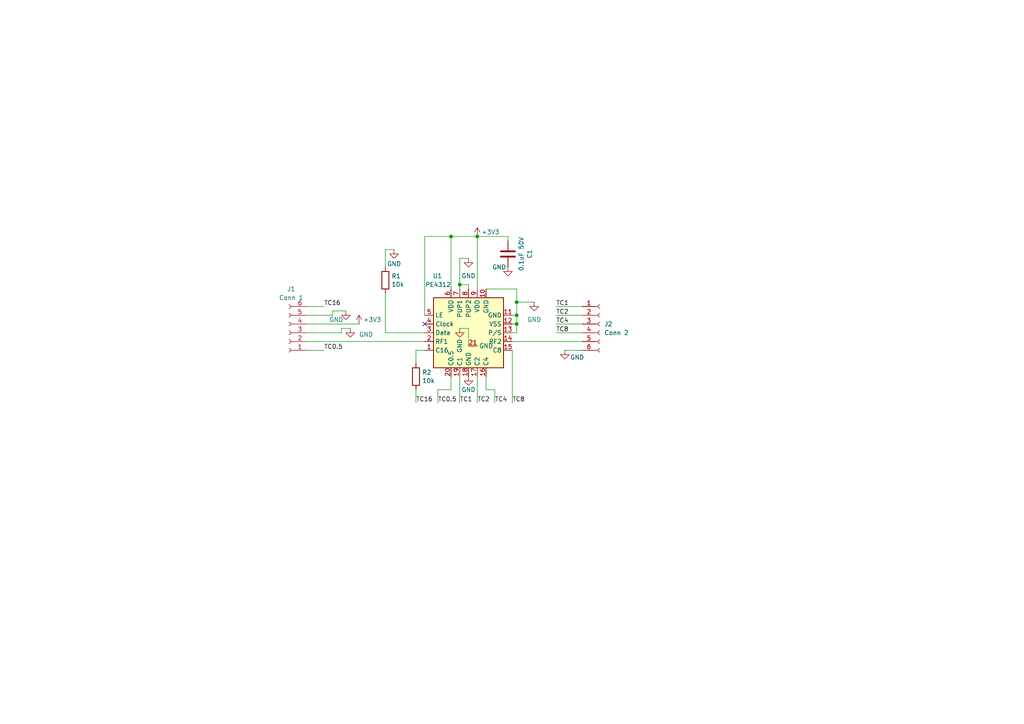
<source format=kicad_sch>
(kicad_sch (version 20250114) (generator "eeschema") (generator_version "9.0")
  (paper "A4")
  (title_block (title "T41 RF Board Attenuator Daughterboard") (date "2025-12-27") (rev "1") (company "Oliver King, KI3P"))
  (lib_symbols
    (symbol "Connector:Conn_01x06_Socket" (pin_names (offset 1.016) (hide yes))
      (property "Reference" "J" (at 0 7.62 0))
      (property "Value" "Conn_01x06_Socket" (at 0 -10.16 0))
      (symbol "Conn_01x06_Socket_1_1"
        (polyline (pts (xy -1.27 5.08) (xy -0.508 5.08)) (stroke (width 0.1524)))
        (polyline (pts (xy -1.27 2.54) (xy -0.508 2.54)) (stroke (width 0.1524)))
        (polyline (pts (xy -1.27 0) (xy -0.508 0)) (stroke (width 0.1524)))
        (polyline (pts (xy -1.27 -2.54) (xy -0.508 -2.54)) (stroke (width 0.1524)))
        (polyline (pts (xy -1.27 -5.08) (xy -0.508 -5.08)) (stroke (width 0.1524)))
        (polyline (pts (xy -1.27 -7.62) (xy -0.508 -7.62)) (stroke (width 0.1524)))
        (arc (start 0 4.572) (mid -0.5058 5.08) (end 0 5.588) (stroke (width 0.1524)))
        (arc (start 0 2.032) (mid -0.5058 2.54) (end 0 3.048) (stroke (width 0.1524)))
        (arc (start 0 -0.508) (mid -0.5058 0) (end 0 0.508) (stroke (width 0.1524)))
        (arc (start 0 -3.048) (mid -0.5058 -2.54) (end 0 -2.032) (stroke (width 0.1524)))
        (arc (start 0 -5.588) (mid -0.5058 -5.08) (end 0 -4.572) (stroke (width 0.1524)))
        (arc (start 0 -8.128) (mid -0.5058 -7.62) (end 0 -7.112) (stroke (width 0.1524)))
        (pin passive line (at -5.08 5.08 0) (length 3.81) (name "Pin_1") (number "1"))
        (pin passive line (at -5.08 2.54 0) (length 3.81) (name "Pin_2") (number "2"))
        (pin passive line (at -5.08 0 0) (length 3.81) (name "Pin_3") (number "3"))
        (pin passive line (at -5.08 -2.54 0) (length 3.81) (name "Pin_4") (number "4"))
        (pin passive line (at -5.08 -5.08 0) (length 3.81) (name "Pin_5") (number "5"))
        (pin passive line (at -5.08 -7.62 0) (length 3.81) (name "Pin_6") (number "6"))
      )
    )
    (symbol "Device:C" (pin_numbers (hide yes)) (pin_names (offset 0.254))
      (property "Reference" "C" (at 0.635 2.54 0))
      (property "Value" "C" (at 0.635 -2.54 0))
      (symbol "C_0_1"
        (polyline (pts (xy -2.032 0.762) (xy 2.032 0.762)) (stroke (width 0.508)))
        (polyline (pts (xy -2.032 -0.762) (xy 2.032 -0.762)) (stroke (width 0.508)))
      )
      (symbol "C_1_1"
        (pin passive line (at 0 3.81 270) (length 2.794) (name "~") (number "1"))
        (pin passive line (at 0 -3.81 90) (length 2.794) (name "~") (number "2"))
      )
    )
    (symbol "Device:R" (pin_numbers (hide yes)) (pin_names (offset 0))
      (property "Reference" "R" (at 2.032 0 90))
      (property "Value" "R" (at 0 0 90))
      (symbol "R_0_1"
        (rectangle (start -1.016 -2.54) (end 1.016 2.54) (stroke (width 0.254)))
      )
      (symbol "R_1_1"
        (pin passive line (at 0 3.81 270) (length 1.27) (name "~") (number "1"))
        (pin passive line (at 0 -3.81 90) (length 1.27) (name "~") (number "2"))
      )
    )
    (symbol "T41_Library:PE4312"
      (property "Reference" "U" (at 0 -0.635 0))
      (property "Value" "PE4312" (at 0 1.905 0))
      (symbol "PE4312_0_1"
        (rectangle (start -10.16 10.16) (end 10.16 -10.16) (stroke (width 0.254)) (fill (type background)))
      )
      (symbol "PE4312_1_1"
        (pin input line (at -12.7 5.08 0) (length 2.54) (name "GND") (number "11"))
        (pin input line (at -12.7 2.54 0) (length 2.54) (name "VSS") (number "12"))
        (pin input line (at -12.7 0 0) (length 2.54) (name "P/S") (number "13"))
        (pin input line (at -12.7 -2.54 0) (length 2.54) (name "RF2") (number "14"))
        (pin input line (at -12.7 -5.08 0) (length 2.54) (name "C8") (number "15"))
        (pin input line (at -5.08 12.7 270) (length 2.54) (name "GND") (number "10"))
        (pin input line (at -5.08 -12.7 90) (length 2.54) (name "C4") (number "16"))
        (pin input line (at -2.54 12.7 270) (length 2.54) (name "VDD") (number "9"))
        (pin input line (at -2.54 -12.7 90) (length 2.54) (name "C2") (number "17"))
        (pin input line (at 0 12.7 270) (length 2.54) (name "PUP2") (number "8"))
        (pin input line (at 0 -3.81 180) (length 2.54) (name "GND") (number "21"))
        (pin input line (at 0 -12.7 90) (length 2.54) (name "GND") (number "18"))
        (pin input line (at 2.54 12.7 270) (length 2.54) (name "PUP1") (number "7"))
        (pin input line (at 2.54 -12.7 90) (length 2.54) (name "C1") (number "19"))
        (pin input line (at 5.08 12.7 270) (length 2.54) (name "VDD") (number "6"))
        (pin input line (at 5.08 -12.7 90) (length 2.54) (name "C0.5") (number "20"))
        (pin input line (at 12.7 5.08 180) (length 2.54) (name "LE") (number "5"))
        (pin input line (at 12.7 2.54 180) (length 2.54) (name "Clock") (number "4"))
        (pin input line (at 12.7 0 180) (length 2.54) (name "Data") (number "3"))
        (pin input line (at 12.7 -2.54 180) (length 2.54) (name "RF1") (number "2"))
        (pin input line (at 12.7 -5.08 180) (length 2.54) (name "C16") (number "1"))
      )
    )
    (symbol "power:+3V3" (power) (pin_names (offset 0))
      (property "Value" "+3V3" (at 0 3.556 0))
      (symbol "+3V3_0_1"
        (polyline (pts (xy -0.762 1.27) (xy 0 2.54)))
        (polyline (pts (xy 0 2.54) (xy 0.762 1.27)))
        (polyline (pts (xy 0 0) (xy 0 2.54)))
      )
      (symbol "+3V3_1_1"
        (pin power_in line (at 0 0 90) (length 0) (hide yes) (name "+3V3") (number "1"))
      )
    )
    (symbol "power:GND" (power) (pin_names (offset 0))
      (property "Value" "GND" (at 0 -3.81 0))
      (symbol "GND_0_1"
        (polyline (pts (xy 0 0) (xy 0 -1.27) (xy 1.27 -1.27) (xy 0 -2.54) (xy -1.27 -1.27) (xy 0 -1.27)))
      )
      (symbol "GND_1_1"
        (pin power_in line (at 0 0 270) (length 0) (hide yes) (name "GND") (number "1"))
      )
    )
  )
  (junction (at 138.43 68.58))
  (junction (at 133.35 82.55))
  (junction (at 149.86 87.63))
  (junction (at 130.81 68.58))
  (junction (at 149.86 91.44))
  (junction (at 149.86 93.98))
  (no_connect (at 123.19 93.98))
  (wire (pts (xy 99.06 95.25) (xy 99.06 96.52)))
  (wire (pts (xy 148.59 93.98) (xy 149.86 93.98)))
  (wire (pts (xy 148.59 101.6) (xy 148.59 116.84)))
  (wire (pts (xy 143.51 113.03) (xy 143.51 116.84)))
  (wire (pts (xy 138.43 109.22) (xy 138.43 116.84)))
  (wire (pts (xy 140.97 113.03) (xy 140.97 109.22)))
  (wire (pts (xy 135.89 74.93) (xy 133.35 74.93)))
  (wire (pts (xy 149.86 91.44) (xy 148.59 91.44)))
  (wire (pts (xy 147.32 68.58) (xy 147.32 69.85)))
  (wire (pts (xy 133.35 82.55) (xy 135.89 82.55)))
  (wire (pts (xy 130.81 68.58) (xy 130.81 83.82)))
  (wire (pts (xy 135.89 100.33) (xy 135.89 95.25)))
  (wire (pts (xy 88.9 99.06) (xy 123.19 99.06)))
  (wire (pts (xy 111.76 96.52) (xy 111.76 85.09)))
  (wire (pts (xy 147.32 68.58) (xy 138.43 68.58)))
  (wire (pts (xy 149.86 87.63) (xy 149.86 91.44)))
  (wire (pts (xy 133.35 83.82) (xy 133.35 82.55)))
  (wire (pts (xy 99.06 96.52) (xy 88.9 96.52)))
  (wire (pts (xy 149.86 87.63) (xy 154.94 87.63)))
  (wire (pts (xy 130.81 113.03) (xy 130.81 109.22)))
  (wire (pts (xy 96.52 90.17) (xy 96.52 91.44)))
  (wire (pts (xy 161.29 93.98) (xy 168.91 93.98)))
  (wire (pts (xy 96.52 91.44) (xy 88.9 91.44)))
  (wire (pts (xy 149.86 83.82) (xy 149.86 87.63)))
  (wire (pts (xy 140.97 83.82) (xy 149.86 83.82)))
  (wire (pts (xy 133.35 74.93) (xy 133.35 82.55)))
  (wire (pts (xy 130.81 68.58) (xy 138.43 68.58)))
  (wire (pts (xy 143.51 113.03) (xy 140.97 113.03)))
  (wire (pts (xy 88.9 101.6) (xy 93.98 101.6)))
  (wire (pts (xy 149.86 93.98) (xy 149.86 91.44)))
  (wire (pts (xy 138.43 68.58) (xy 138.43 83.82)))
  (wire (pts (xy 99.06 95.25) (xy 101.6 95.25)))
  (wire (pts (xy 135.89 82.55) (xy 135.89 83.82)))
  (wire (pts (xy 96.52 90.17) (xy 100.33 90.17)))
  (wire (pts (xy 149.86 93.98) (xy 149.86 96.52)))
  (wire (pts (xy 148.59 99.06) (xy 168.91 99.06)))
  (wire (pts (xy 133.35 109.22) (xy 133.35 116.84)))
  (wire (pts (xy 127 113.03) (xy 127 116.84)))
  (wire (pts (xy 88.9 88.9) (xy 93.98 88.9)))
  (wire (pts (xy 127 113.03) (xy 130.81 113.03)))
  (wire (pts (xy 120.65 101.6) (xy 123.19 101.6)))
  (wire (pts (xy 163.83 101.6) (xy 168.91 101.6)))
  (wire (pts (xy 123.19 68.58) (xy 130.81 68.58)))
  (wire (pts (xy 120.65 101.6) (xy 120.65 105.41)))
  (wire (pts (xy 135.89 95.25) (xy 133.35 95.25)))
  (wire (pts (xy 123.19 91.44) (xy 123.19 68.58)))
  (wire (pts (xy 161.29 91.44) (xy 168.91 91.44)))
  (wire (pts (xy 111.76 77.47) (xy 111.76 72.39)))
  (wire (pts (xy 148.59 96.52) (xy 149.86 96.52)))
  (wire (pts (xy 161.29 96.52) (xy 168.91 96.52)))
  (wire (pts (xy 88.9 93.98) (xy 104.14 93.98)))
  (wire (pts (xy 161.29 88.9) (xy 168.91 88.9)))
  (wire (pts (xy 123.19 96.52) (xy 111.76 96.52)))
  (wire (pts (xy 120.65 113.03) (xy 120.65 116.84)))
  (wire (pts (xy 111.76 72.39) (xy 114.3 72.39)))
  (label "TC8" (at 161.29 96.52 0))
  (label "TC1" (at 161.29 88.9 0))
  (label "TC2" (at 161.29 91.44 0))
  (label "TC4" (at 143.51 116.84 0))
  (label "TC1" (at 133.35 116.84 0))
  (label "TC0.5" (at 127 116.84 0))
  (label "TC16" (at 93.98 88.9 0))
  (label "TC2" (at 138.43 116.84 0))
  (label "TC4" (at 161.29 93.98 0))
  (label "TC0.5" (at 93.98 101.6 0))
  (label "TC8" (at 148.59 116.84 0))
  (label "TC16" (at 120.65 116.84 0))
  (symbol (lib_id "T41_Library:PE4312") (at 135.89 96.52 0) (mirror y) (unit 1)
    (property "Reference" "U1" (at 128.27 80.01 0) (effects (justify left)))
    (property "Value" "PE4312" (at 130.81 82.55 0) (effects (justify left)))
    (property "Footprint" "T41_Library:PE4312-QFN-20" (effects (hide yes)))
    (property "Datasheet" "https://www.psemi.com/pdf/datasheets/pe4312ds.pdf" (effects (hide yes)))
  )
  (symbol (lib_id "power:GND") (at 135.89 109.22 0) (unit 1)
    (property "Reference" "#PWR03" (effects (hide yes)))
    (property "Value" "GND" (at 135.89 113.03 0))
  )
  (symbol (lib_id "power:GND") (at 114.3 72.39 0) (unit 1)
    (property "Reference" "#PWR01" (effects (hide yes)))
    (property "Value" "GND" (at 114.3 76.5231 0))
  )
  (symbol (lib_id "Device:C") (at 147.32 73.66 0) (mirror x) (unit 1)
    (property "Reference" "C1" (at 153.6233 73.66 90))
    (property "Value" "0.1uF 50V" (at 151.1991 73.66 90))
    (property "Footprint" "Capacitor_SMD:C_1206_3216Metric" (effects (hide yes)))
  )
  (symbol (lib_id "power:GND") (at 135.89 74.93 0) (unit 1)
    (property "Reference" "#PWR07" (effects (hide yes)))
    (property "Value" "GND" (at 135.89 80.01 0))
  )
  (symbol (lib_id "power:+3V3") (at 104.14 93.98 0) (unit 1)
    (property "Reference" "#PWR010" (effects (hide yes)))
    (property "Value" "+3V3" (at 107.95 92.71 0))
  )
  (symbol (lib_id "power:GND") (at 101.6 95.25 0) (unit 1)
    (property "Reference" "#PWR09" (effects (hide yes)))
    (property "Value" "GND" (at 106.172 97.028 0))
  )
  (symbol (lib_id "Device:R") (at 120.65 109.22 0) (unit 1)
    (property "Reference" "R2" (at 122.428 108.0079 0) (effects (justify left)))
    (property "Value" "10k" (at 122.428 110.4321 0) (effects (justify left)))
    (property "Footprint" "Resistor_SMD:R_1206_3216Metric" (effects (hide yes)))
  )
  (symbol (lib_id "power:GND") (at 100.33 90.17 0) (unit 1)
    (property "Reference" "#PWR08" (effects (hide yes)))
    (property "Value" "GND" (at 97.536 92.71 0))
  )
  (symbol (lib_id "Device:R") (at 111.76 81.28 0) (unit 1)
    (property "Reference" "R1" (at 113.538 80.0679 0) (effects (justify left)))
    (property "Value" "10k" (at 113.538 82.4921 0) (effects (justify left)))
    (property "Footprint" "Resistor_SMD:R_1206_3216Metric" (effects (hide yes)))
  )
  (symbol (lib_id "power:GND") (at 147.32 77.47 0) (unit 1)
    (property "Reference" "#PWR02" (effects (hide yes)))
    (property "Value" "GND" (at 144.78 77.47 0))
  )
  (symbol (lib_id "power:GND") (at 154.94 87.63 0) (unit 1)
    (property "Reference" "#PWR05" (effects (hide yes)))
    (property "Value" "GND" (at 154.94 92.71 0))
  )
  (symbol (lib_id "Connector:Conn_01x06_Socket") (at 173.99 93.98 0) (unit 1)
    (property "Reference" "J2" (at 175.26 93.9799 0) (effects (justify left)))
    (property "Value" "Conn 2" (at 175.26 96.5199 0) (effects (justify left)))
    (property "Footprint" "Connector_PinHeader_2.54mm:PinHeader_1x06_P2.54mm_Vertical" (effects (hide yes)))
    (property "Description" "Generic connector, single row, 01x06, script generated" (effects (hide yes)))
  )
  (symbol (lib_id "power:GND") (at 163.83 101.6 0) (unit 1)
    (property "Reference" "#PWR011" (effects (hide yes)))
    (property "Value" "GND" (at 167.386 103.632 0))
  )
  (symbol (lib_id "power:+3V3") (at 138.43 68.58 0) (unit 1)
    (property "Reference" "#PWR04" (effects (hide yes)))
    (property "Value" "+3V3" (at 142.24 67.31 0))
  )
  (symbol (lib_id "power:GND") (at 133.35 95.25 0) (unit 1)
    (property "Reference" "#PWR06" (effects (hide yes)))
    (property "Value" "GND" (at 133.35 100.33 90))
  )
  (symbol (lib_id "Connector:Conn_01x06_Socket") (at 83.82 96.52 180) (unit 1)
    (property "Reference" "J1" (at 84.455 83.82 0))
    (property "Value" "Conn 1" (at 84.455 86.36 0))
    (property "Footprint" "Connector_PinHeader_2.54mm:PinHeader_1x06_P2.54mm_Vertical" (effects (hide yes)))
    (property "Description" "Generic connector, single row, 01x06, script generated" (effects (hide yes)))
  )
)
</source>
